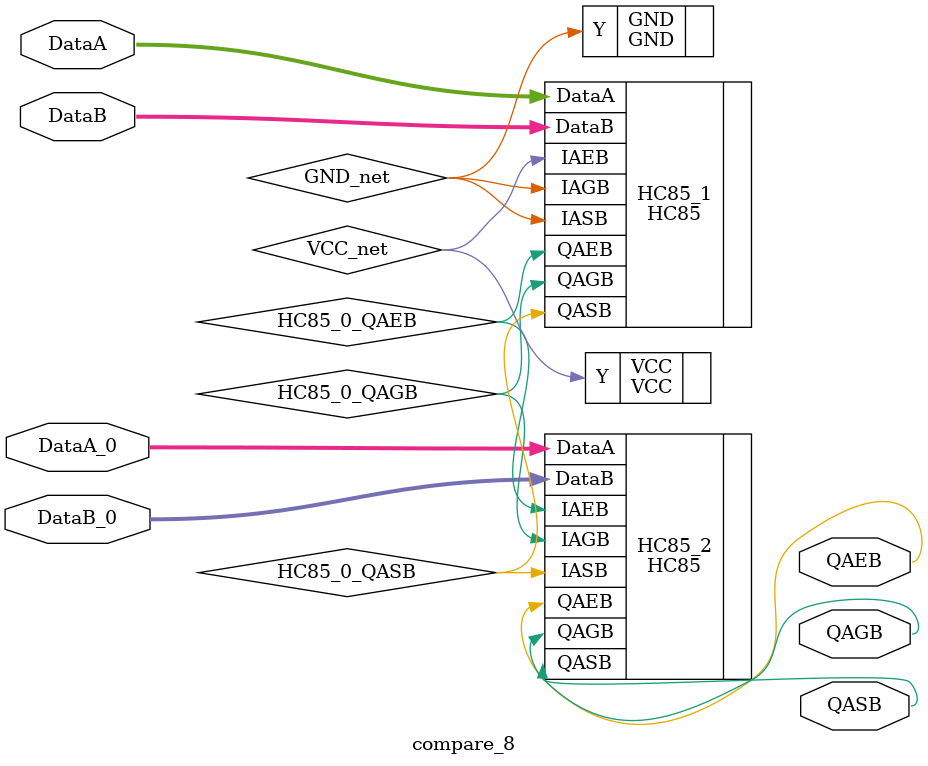
<source format=v>
`timescale 1 ns/100 ps


module compare_8(
       DataA,
       DataB,
       DataA_0,
       DataB_0,
       QAEB,
       QAGB,
       QASB
    );
input  [3:0] DataA;
input  [3:0] DataB;
input  [3:0] DataA_0;
input  [3:0] DataB_0;
output QAEB;
output QAGB;
output QASB;

    wire HC85_0_QAEB, HC85_0_QAGB, HC85_0_QASB, GND_net, VCC_net;
    
    VCC VCC (.Y(VCC_net));
    HC85 HC85_2 (.DataA({DataA_0[3], DataA_0[2], DataA_0[1], 
        DataA_0[0]}), .DataB({DataB_0[3], DataB_0[2], DataB_0[1], 
        DataB_0[0]}), .QAGB(QAGB), .QASB(QASB), .QAEB(QAEB), .IAGB(
        HC85_0_QAGB), .IASB(HC85_0_QASB), .IAEB(HC85_0_QAEB));
    HC85 HC85_1 (.DataA({DataA[3], DataA[2], DataA[1], DataA[0]}), 
        .DataB({DataB[3], DataB[2], DataB[1], DataB[0]}), .QAGB(
        HC85_0_QAGB), .QASB(HC85_0_QASB), .QAEB(HC85_0_QAEB), .IAGB(
        GND_net), .IASB(GND_net), .IAEB(VCC_net));
    GND GND (.Y(GND_net));
    
endmodule

</source>
